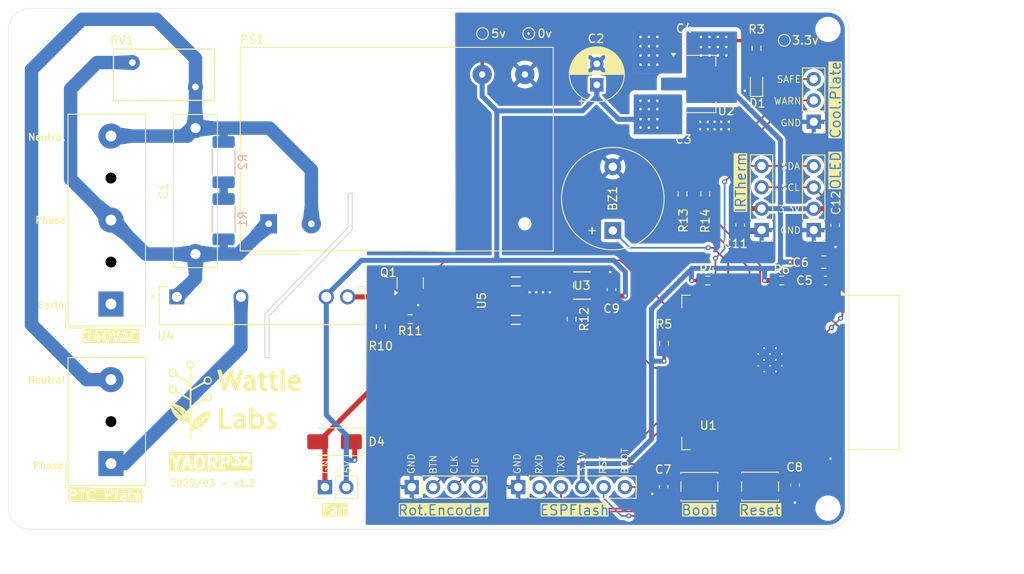
<source format=kicad_pcb>
(kicad_pcb (version 20241229) (generator "pcbnew") (generator_version "9.0")
  (title_block (title "Board 1 (Reflow Controller)") (date "2025-02-20") (rev "1.1") (company "Wattle Labs"))
  (layers (0 "F.Cu" signal "Front") (2 "B.Cu" signal "Back") (13 "F.Paste" user) (15 "B.Paste" user) (5 "F.SilkS" user "F.Silkscreen") (7 "B.SilkS" user "B.Silkscreen") (1 "F.Mask" user) (3 "B.Mask" user) (25 "Edge.Cuts" user))
  (property "DESIGNER" "Colin Williams")
  (property "PROJECT" "YAORP (Yet Another Open Reflow Plate)")
  (property "STATUS" "Prototype")
  (net 0 "")
  (net 1 "NEUTRAL")
  (net 2 "PHASE")
  (net 3 "GND")
  (net 5 "Net-(Q1-D)")
  (net 6 "Net-(Q1-G)")
  (net 7 "Net-(R1-Pad2)")
  (net 8 "BUZZ")
  (net 9 "Net-(D1-A)")
  (net 10 "I2C_SCL")
  (net 11 "I2C_SDA")
  (net 12 "LED_WARNING")
  (net 13 "Net-(J4-Pin_2)")
  (net 14 "Net-(J4-Pin_3)")
  (net 15 "LED_SAFE")
  (net 16 "Net-(D4-A)")
  (net 17 "Net-(U3-OUT)")
  (net 18 "FAN")
  (net 19 "Net-(U5-G)")
  (net 23 "BOOT")
  (net 24 "ROTARY_BTN")
  (net 25 "ROTARY_SIG")
  (net 26 "SSR")
  (net 27 "ENABLE")
  (net 28 "ESP_RXD")
  (net 29 "ESP_TXD")
  (net 30 "+5V")
  (net 31 "+3.3V")
  (net 32 "Net-(J2-Pin_1)")
  (net 33 "ROTARY_CLK")
  (footprint "Capacitor_SMD:C_0603_1608Metric" (layer "F.Cu") (at 102.95 76.95 -90)
    (property "Reference" "C7")
    (property "Value" "100n")
  )
  (footprint "Capacitor_THT:C_Rect_L18.0mm_W5.0mm_P15.00mm_FKS3_FKP3" (layer "F.Cu") (at 47.25 49.25 90)
    (property "Reference" "C1")
    (property "Value" "10n" (hide yes))
  )
  (footprint "RF_Module:ESP32-S3-WROOM-1" (layer "F.Cu") (at 118.06 63.35 -90)
    (property "Reference" "U1")
    (property "Value" "ESP32-S3-WROOM-1")
  )
  (footprint "Resistor_SMD:R_0603_1608Metric_Pad0.98x0.95mm_HandSolder" (layer "F.Cu") (at 107.9 42.1 -90)
    (property "Reference" "R14")
    (property "Value" "330R")
  )
  (footprint "Resistor_SMD:R_0603_1608Metric_Pad0.98x0.95mm_HandSolder" (layer "F.Cu") (at 108.2 52.4)
    (property "Reference" "R4")
    (property "Value" "4k7")
  )
  (footprint "Wattle_Mosfet_Drv:SOT23-5_INF" (layer "F.Cu") (at 93.25 53 180)
    (property "Reference" "U3")
    (property "Value" "DGD0280WT-7")
  )
  (footprint "Resistor_SMD:R_0603_1608Metric_Pad0.98x0.95mm_HandSolder" (layer "F.Cu") (at 117 52.4 180)
    (property "Reference" "R6")
    (property "Value" "10k")
  )
  (footprint "LOGO" (layer "F.Cu") (at 52 66.6)
    (property "Reference" "G***" (hide yes))
    (property "Value" "LOGO" (hide yes))
  )
  (footprint "MountingHole:MountingHole_2.5mm" (layer "F.Cu") (at 27.5 79.5)
    (property "Reference" "H3" (hide yes))
    (property "Value" "MountingHole" (hide yes))
  )
  (footprint "0_Project:SSR_AQG22105" (layer "F.Cu") (at 55.2 55.4 180)
    (property "Reference" "U4")
    (property "Value" "AQG22105")
  )
  (footprint "Button_Switch_SMD:SW_SPST_PTS810" (layer "F.Cu") (at 107.2 76.95 180)
    (property "Reference" "SW1")
    (property "Value" "Boot")
  )
  (footprint "Capacitor_SMD:C_0603_1608Metric" (layer "F.Cu") (at 118.575 76.75 -90)
    (property "Reference" "C8")
    (property "Value" "100n")
  )
  (footprint "Connector_PinHeader_2.54mm:PinHeader_1x04_P2.54mm_Vertical" (layer "F.Cu") (at 114.6 46.379999 180)
    (property "Reference" "J9" (hide yes))
    (property "Value" "IRTherm")
  )
  (footprint "MountingHole:MountingHole_2.5mm" (layer "F.Cu") (at 122.5 79.5)
    (property "Reference" "H4" (hide yes))
    (property "Value" "MountingHole" (hide yes))
  )
  (footprint "Connector_PinHeader_2.54mm:PinHeader_1x02_P2.54mm_Vertical" (layer "F.Cu") (at 62.66 77 90)
    (property "Reference" "J8")
    (property "Value" "Fan")
  )
  (footprint "Resistor_SMD:R_0603_1608Metric_Pad0.98x0.95mm_HandSolder" (layer "F.Cu") (at 105.2 42.1 -90)
    (property "Reference" "R13")
    (property "Value" "220R")
  )
  (footprint "Button_Switch_SMD:SW_SPST_PTS810" (layer "F.Cu") (at 114.425 76.925 180)
    (property "Reference" "SW2")
    (property "Value" "Reset")
  )
  (footprint "Buzzer_Beeper:Buzzer_12x9.5RM7.6" (layer "F.Cu") (at 96.9 46.45 90)
    (property "Reference" "BZ1")
    (property "Value" "Buzzer")
  )
  (footprint "Capacitor_SMD:C_0603_1608Metric" (layer "F.Cu") (at 122.2 52.4)
    (property "Reference" "C5")
    (property "Value" "100n")
  )
  (footprint "MountingHole:MountingHole_2.5mm" (layer "F.Cu") (at 27.5 22.5)
    (property "Reference" "H1" (hide yes))
    (property "Value" "MountingHole" (hide yes))
  )
  (footprint "TestPoint:TestPoint_Pad_D1.0mm" (layer "F.Cu") (at 117.3 23.8)
    (property "Reference" "TP3")
    (property "Value" "3.3v")
  )
  (footprint "Resistor_SMD:R_0603_1608Metric_Pad0.98x0.95mm_HandSolder" (layer "F.Cu") (at 69.3 57.9 -90)
    (property "Reference" "R10")
    (property "Value" "220R")
  )
  (footprint "MountingHole:MountingHole_2.5mm" (layer "F.Cu") (at 122.5 22.5)
    (property "Reference" "H2" (hide yes))
    (property "Value" "MountingHole" (hide yes))
  )
  (footprint "Package_TO_SOT_SMD:SOT-23" (layer "F.Cu") (at 72.8 52.7 90)
    (property "Reference" "Q1")
    (property "Value" "2N7002E")
  )
  (footprint "TerminalBlock_Altech:Altech_AK100_1x05_P5.00mm" (layer "F.Cu") (at 37.2 55.2 90)
    (property "Reference" "J1")
    (property "Value" "240VAC")
  )
  (footprint "Capacitor_SMD:C_0805_2012Metric" (layer "F.Cu") (at 122 50.2)
    (property "Reference" "C6")
    (property "Value" "22u")
  )
  (footprint "Connector_PinHeader_2.54mm:PinHeader_1x04_P2.54mm_Vertical" (layer "F.Cu") (at 72.98 77 90)
    (property "Reference" "J6")
    (property "Value" "Rot.Encoder")
  )
  (footprint "Capacitor_SMD:C_0603_1608Metric" (layer "F.Cu") (at 123.35 45.825 -90)
    (property "Reference" "C12")
    (property "Value" "100n")
  )
  (footprint "Connector_PinHeader_2.54mm:PinHeader_1x03_P2.54mm_Vertical" (layer "F.Cu") (at 120.8 33.5 180)
    (property "Reference" "J4" (hide yes))
    (property "Value" "Cool.Plate")
  )
  (footprint "Capacitor_SMD:C_0603_1608Metric" (layer "F.Cu") (at 105.4 34)
    (property "Reference" "C3")
    (property "Value" "1u")
  )
  (footprint "Capacitor_SMD:C_0603_1608Metric" (layer "F.Cu") (at 105.4 23.75 180)
    (property "Reference" "C4")
    (property "Value" "2.2u")
  )
  (footprint "TerminalBlock_Altech:Altech_AK100_1x03_P5.00mm" (layer "F.Cu") (at 37.2 74.2 90)
    (property "Reference" "J2")
    (property "Value" "PTC Plate")
  )
  (footprint "LED_SMD:LED_0603_1608Metric" (layer "F.Cu") (at 114 29 90)
    (property "Reference" "D1")
    (property "Value" "Power")
  )
  (footprint "Capacitor_SMD:C_0603_1608Metric" (layer "F.Cu") (at 96.75 53.475 90)
    (property "Reference" "C9")
    (property "Value" "100n")
  )
  (footprint "Capacitor_SMD:C_0603_1608Metric" (layer "F.Cu") (at 112.05 45.8 -90)
    (property "Reference" "C11")
    (property "Value" "100n")
  )
  (footprint "Connector_PinHeader_2.54mm:PinHeader_1x06_P2.54mm_Vertical" (layer "F.Cu") (at 85.65 77 90)
    (property "Reference" "J7")
    (property "Value" "ESPFlash")
  )
  (footprint "Resistor_SMD:R_0603_1608Metric" (layer "F.Cu") (at 92 57 90)
    (property "Reference" "R12")
    (property "Value" "100")
  )
  (footprint "Package_TO_SOT_SMD:SOT-223-3_TabPin2" (layer "F.Cu") (at 107.25 29)
    (property "Reference" "U2")
    (property "Value" "TLV76133DCY")
  )
  (footprint "TestPoint:TestPoint_Pad_D1.0mm" (layer "F.Cu") (at 81.4 23)
    (property "Reference" "TP1" (hide yes))
    (property "Value" "5v")
  )
  (footprint "Varistor:RV_Disc_D12mm_W6.1mm_P7.5mm" (layer "F.Cu") (at 39.75 26.45)
    (property "Reference" "RV1")
    (property "Value" "10D561")
  )
  (footprint "Resistor_SMD:R_0603_1608Metric_Pad0.98x0.95mm_HandSolder" (layer "F.Cu") (at 72.8 57)
    (property "Reference" "R11")
    (property "Value" "10k")
  )
  (footprint "Diode_SMD:D_SMA" (layer "F.Cu") (at 63.799999 71.6 180)
    (property "Reference" "D4")
    (property "Value" "SS12")
  )
  (footprint "Wattle_Mosfets:TO252-3L_DIO" (layer "F.Cu") (at 81.2981 54.8 90)
    (property "Reference" "U5")
    (property "Value" "DMN3010LK3-13")
  )
  (footprint "Resistor_SMD:R_0603_1608Metric_Pad0.98x0.95mm_HandSolder" (layer "F.Cu") (at 114 24.75 90)
    (property "Reference" "R3")
    (property "Value" "4k7")
  )
  (footprint "Resistor_SMD:R_0603_1608Metric_Pad0.98x0.95mm_HandSolder" (layer "F.Cu") (at 103 59.9 90)
    (property "Reference" "R5")
    (property "Value" "4k7")
  )
  (footprint "Capacitor_THT:CP_Radial_D6.3mm_P2.50mm" (layer "F.Cu") (at 95 29.1 90)
    (property "Reference" "C2")
    (property "Value" "220u")
  )
  (footprint "TestPoint:TestPoint_Pad_D1.0mm" (layer "F.Cu") (at 86.9 23 180)
    (property "Reference" "TP2" (hide yes))
    (property "Value" "0v")
  )
  (footprint "Connector_PinHeader_2.54mm:PinHeader_1x04_P2.54mm_Vertical" (layer "F.Cu") (at 120.8 46.4 180)
    (property "Reference" "J5")
    (property "Value" "OLED")
  )
  (footprint "Converter_ACDC:Converter_ACDC_MeanWell_IRM-03-xx_THT" (layer "F.Cu") (at 55.96 45.6475 90)
    (property "Reference" "PS1")
    (property "Value" "IRM-03-5")
  )
  (footprint "Resistor_SMD:R_2010_5025Metric_Pad1.40x2.65mm_HandSolder" (layer "B.Cu") (at 50.6 38.3 90)
    (property "Reference" "R2")
    (property "Value" "2M")
  )
  (footprint "Resistor_SMD:R_2010_5025Metric_Pad1.40x2.65mm_HandSolder" (layer "B.Cu") (at 50.6 45.1 90)
    (property "Reference" "R1")
    (property "Value" "2M")
  )
  (gr_arc (start 27.5 82) (mid 25.732233 81.267767) (end 25 79.5) (stroke (width 0.05)) (layer "Edge.Cuts"))
  (gr_arc (start 125 79.5) (mid 124.267767 81.267767) (end 122.5 82) (stroke (width 0.05)) (layer "Edge.Cuts"))
  (gr_line (start 27.5 20) (end 122.5 20) (stroke (width 0.05)) (layer "Edge.Cuts"))
  (gr_arc (start 122.5 20) (mid 124.267767 20.732233) (end 125 22.5) (stroke (width 0.05)) (layer "Edge.Cuts"))
  (gr_line (start 25 79.5) (end 25 22.5) (stroke (width 0.05)) (layer "Edge.Cuts"))
  (gr_arc (start 25 22.5) (mid 25.732233 20.732233) (end 27.5 20) (stroke (width 0.05)) (layer "Edge.Cuts"))
  (gr_line (start 125 22.5) (end 125 79.5) (stroke (width 0.05)) (layer "Edge.Cuts"))
  (gr_line (start 122.5 82) (end 27.5 82) (stroke (width 0.05)) (layer "Edge.Cuts"))
  (gr_poly (pts (xy 65.4 42) (xy 65.4 46.1) (xy 55.5 56.4) (xy 55.5 61.6) (xy 56 61.6) (xy 56 56.6) (xy 65.9 46.35) (xy 65.9 42)) (stroke (width 0.1)) (fill no) (layer "Edge.Cuts"))
  (gr_text "GND" (at 63.2 75.5 90) (layer "F.SilkS") (effects (font (size 0.8 0.8) (thickness 0.1)) (justify left bottom)))
  (gr_text "WARN" (at 116 31.5 0) (layer "F.SilkS") (effects (font (size 0.8 0.8) (thickness 0.1)) (justify left bottom)))
  (gr_text "TXD" (at 91.2 75.4 90) (layer "F.SilkS") (effects (font (size 0.8 0.8) (thickness 0.1)) (justify left bottom)))
  (gr_text "GND" (at 73.4 75.5 90) (layer "F.SilkS") (effects (font (size 0.8 0.8) (thickness 0.1)) (justify left bottom)))
  (gr_text "BTN" (at 76 75.5 90) (layer "F.SilkS") (effects (font (size 0.8 0.8) (thickness 0.1)) (justify left bottom)))
  (gr_text "5V" (at 65.8 75.4 90) (layer "F.SilkS") (effects (font (size 0.8 0.8) (thickness 0.1)) (justify left bottom)))
  (gr_text "RXD" (at 88.6 75.5 90) (layer "F.SilkS") (effects (font (size 0.8 0.8) (thickness 0.1)) (justify left bottom)))
  (gr_text "3.3V" (at 116.5 44.35 0) (layer "F.SilkS") (effects (font (size 0.8 0.8) (thickness 0.1)) (justify left bottom)))
  (gr_text "SIG" (at 81 75.5 90) (layer "F.SilkS") (effects (font (size 0.8 0.8) (thickness 0.1)) (justify left bottom)))
  (gr_text "SAFE" (at 116.35 28.9 0) (layer "F.SilkS") (effects (font (size 0.8 0.8) (thickness 0.1)) (justify left bottom)))
  (gr_text "RST" (at 96.2 75.5 90) (layer "F.SilkS") (effects (font (size 0.8 0.8) (thickness 0.1)) (justify left bottom)))
  (gr_text "Phase" (at 28.1 45.7 0) (layer "F.SilkS") (effects (font (size 0.8128 0.8128) (thickness 0.1524) (bold yes)) (justify left bottom)))
  (gr_text "SDA" (at 116.85 39.25 0) (layer "F.SilkS") (effects (font (size 0.8 0.8) (thickness 0.1)) (justify left bottom)))
  (gr_text "BOOT" (at 98.8 75.5 90) (layer "F.SilkS") (effects (font (size 0.8 0.8) (thickness 0.1)) (justify left bottom)))
  (gr_text "Neutral" (at 27.25 64.7 0) (layer "F.SilkS") (effects (font (size 0.8128 0.8128) (thickness 0.1524) (bold yes)) (justify left bottom)))
  (gr_text "YAORP^{32}" (at 44.1 75 0) (layer "F.SilkS" knockout) (effects (font (size 1.524 1.524) (thickness 0.3048) (bold yes)) (justify left bottom)))
  (gr_text "Earth" (at 28.4 55.8 0) (layer "F.SilkS") (effects (font (size 0.8128 0.8128) (thickness 0.1524) (bold yes)) (justify left bottom)))
  (gr_text "2025/03 - v1.2" (at 44.1 77 0) (layer "F.SilkS") (effects (font (size 0.8 0.8) (thickness 0.1524) (bold yes)) (justify left bottom)))
  (gr_text "Neutral" (at 27.25 35.8 0) (layer "F.SilkS") (effects (font (size 0.8128 0.8128) (thickness 0.1524) (bold yes)) (justify left bottom)))
  (gr_text "CLK" (at 78.5 75.5 90) (layer "F.SilkS") (effects (font (size 0.8 0.8) (thickness 0.1)) (justify left bottom)))
  (gr_text "GND" (at 116.75 46.9 0) (layer "F.SilkS") (effects (font (size 0.8 0.8) (thickness 0.1)) (justify left bottom)))
  (gr_text "SCL" (at 116.85 41.8 0) (layer "F.SilkS") (effects (font (size 0.8 0.8) (thickness 0.1)) (justify left bottom)))
  (gr_text "GND" (at 86 75.5 90) (layer "F.SilkS") (effects (font (size 0.8 0.8) (thickness 0.1)) (justify left bottom)))
  (gr_text "3.3V" (at 93.75 75.4 90) (layer "F.SilkS") (effects (font (size 0.8 0.8) (thickness 0.1)) (justify left bottom)))
  (gr_text "GND" (at 116.8 34.1 0) (layer "F.SilkS") (effects (font (size 0.8 0.8) (thickness 0.1)) (justify left bottom)))
  (gr_text "Phase" (at 27.85 74.9 0) (layer "F.SilkS") (effects (font (size 0.8128 0.8128) (thickness 0.1524) (bold yes)) (justify left bottom)))
  (segment (start 61.039999 39.239999) (end 56.05 34.25) (width 1.6) (layer "B.Cu") (net 1))
  (segment (start 37.3 35.2) (end 46.3 35.2) (width 1.6) (layer "B.Cu") (net 1))
  (segment (start 61.039999 45.6475) (end 61.039999 39.239999) (width 1.6) (layer "B.Cu") (net 1))
  (segment (start 50.6 35.8) (end 50.6 34.25) (width 1) (layer "B.Cu") (net 1))
  (segment (start 56.05 34.25) (end 50.6 34.25) (width 1.6) (layer "B.Cu") (net 1))
  (segment (start 34.3 64.2) (end 37.25 64.2) (width 1.6) (layer "B.Cu") (net 1))
  (segment (start 27.75 57.65) (end 34.3 64.2) (width 1.6) (layer "B.Cu") (net 1))
  (segment (start 50.6 34.25) (end 47.25 34.25) (width 1.6) (layer "B.Cu") (net 1))
  (segment (start 47.25 25.95) (end 42.6 21.3) (width 1.6) (layer "B.Cu") (net 1))
  (segment (start 42.6 21.3) (end 33.75 21.3) (width 1.6) (layer "B.Cu") (net 1))
  (segment (start 47.25 34.25) (end 47.25 25.95) (width 1.6) (layer "B.Cu") (net 1))
  (segment (start 46.3 35.2) (end 47.25 34.25) (width 1.6) (layer "B.Cu") (net 1))
  (segment (start 33.75 21.3) (end 27.75 27.3) (width 1.6) (layer "B.Cu") (net 1))
  (segment (start 27.75 27.3) (end 27.75 57.65) (width 1.6) (layer "B.Cu") (net 1))
  (segment (start 50.6 47.5) (end 50.6 49.15) (width 1) (layer "B.Cu") (net 2))
  (segment (start 32.4 29.6) (end 32.4 40.3) (width 1.6) (layer "B.Cu") (net 2))
  (segment (start 32.4 40.3) (end 37.3 45.2) (width 1.6) (layer "B.Cu") (net 2))
  (segment (start 41.35 49.25) (end 47.25 49.25) (width 1.6) (layer "B.Cu") (net 2))
  (segment (start 37.3 45.2) (end 41.35 49.25) (width 1.6) (layer "B.Cu") (net 2))
  (segment (start 47.25 49.25) (end 47.25 52.14) (width 1.6) (layer "B.Cu") (net 2))
  (segment (start 47.25 49.25) (end 50.7 49.25) (width 1.6) (layer "B.Cu") (net 2))
  (segment (start 52.3575 49.25) (end 55.96 45.6475) (width 1.6) (layer "B.Cu") (net 2))
  (segment (start 35.55 26.45) (end 32.4 29.6) (width 1.6) (layer "B.Cu") (net 2))
  (segment (start 50.7 49.25) (end 52.3575 49.25) (width 1.6) (layer "B.Cu") (net 2))
  (segment (start 39.55 26.45) (end 39.75 26.45) (width 0.127) (layer "B.Cu") (net 2))
  (segment (start 50.6 49.15) (end 50.7 49.25) (width 1.6) (layer "B.Cu") (net 2))
  (segment (start 47.25 52.14) (end 45.04 54.35) (width 1.6) (layer "B.Cu") (net 2))
  (segment (start 39.75 26.45) (end 35.55 26.45) (width 1.6) (layer "B.Cu") (net 2))
  (segment (start 109.275 78.025) (end 105.125 78.025) (width 0.2) (layer "F.Cu") (net 3))
  (segment (start 105.025 78.025) (end 104.725 77.725) (width 0.2) (layer "F.Cu") (net 3))
  (segment (start 122.975 52.5) (end 122.975 50.325001) (width 0.6) (layer "F.Cu") (net 3))
  (segment (start 116.975 77.525) (end 116.5 78) (width 0.2) (layer "F.Cu") (net 3))
  (segment (start 96.75 52.7) (end 96.465201 52.984799) (width 0.2) (layer "F.Cu") (net 3))
  (segment (start 102.95 77.725) (end 102.825 77.725) (width 0.2) (layer "F.Cu") (net 3))
  (segment (start 123.32 73.08) (end 123.32 72.1) (width 0.6) (layer "F.Cu") (net 3))
  (segment (start 112.612499 29.787501) (end 112.6 29.8) (width 0.4) (layer "F.Cu") (net 3))
  (segment (start 116.5 78) (end 112.35 78) (width 0.2) (layer "F.Cu") (net 3))
  (segment (start 114.404999 46.575) (end 114.6 46.379999) (width 0.6) (layer "F.Cu") (net 3))
  (segment (start 122.949999 48.850001) (end 123.4 48.4) (width 0.6) (layer "F.Cu") (net 3))
  (segment (start 73.75 56.9625) (end 73.7125 57) (width 0.4) (layer "F.Cu") (net 3))
  (segment (start 122.975 50.325001) (end 122.949999 50.3) (width 0.4) (layer "F.Cu") (net 3))
  (segment (start 73.75 55.331249) (end 73.75 56.9625) (width 0.4) (layer "F.Cu") (net 3))
  (segment (start 101.675 77.725) (end 101.6 77.8) (width 0.2) (layer "F.Cu") (net 3))
  (segment (start 96.75 52.7) (end 96.75 51.55) (width 0.6) (layer "F.Cu") (net 3))
  (segment (start 96.75 51.55) (end 96.6 51.4) (width 0.6) (layer "F.Cu") (net 3))
  (segment (start 123.35 48.35) (end 123.4 48.4) (width 0.6) (layer "F.Cu") (net 3))
  (segment (start 123.32 54.6) (end 123.32 52.845) (width 0.6) (layer "F.Cu") (net 3))
  (segment (start 112.05 46.575) (end 114.404999 46.575) (width 0.6) (layer "F.Cu") (net 3))
  (segment (start 96.434799 53.015201) (end 94.615251 53.015201) (width 0.4) (layer "F.Cu") (net 3))
  (segment (start 105.125 78.025) (end 105.025 78.025) (width 0.2) (layer "F.Cu") (net 3))
  (segment (start 123.32 52.845) (end 122.975 52.5) (width 0.6) (layer "F.Cu") (net 3))
  (segment (start 122.949999 50.3) (end 122.949999 48.850001) (width 0.6) (layer "F.Cu") (net 3))
  (segment (start 104.725 77.725) (end 102.95 77.725) (width 0.2) (layer "F.Cu") (net 3))
  (segment (start 102.95 77.725) (end 101.675 77.725) (width 0.2) (layer "F.Cu") (net 3))
  (segment (start 122.8 73.6) (end 123.32 73.08) (width 0.6) (layer "F.Cu") (net 3))
  (segment (start 102.825 77.725) (end 102.8 77.7) (width 0.2) (layer "F.Cu") (net 3))
  (segment (start 114 29.787501) (end 112.612499 29.787501) (width 0.4) (layer "F.Cu") (net 3))
  (segment (start 123.4 48.4) (end 123.349999 48.349999) (width 0.4) (layer "F.Cu") (net 3))
  (segment (start 73.75 53.631249) (end 73.75 55.331249) (width 0.4) (layer "F.Cu") (net 3))
  (segment (start 121.075 46.775) (end 120.8 47.05) (width 0.4) (layer "F.Cu") (net 3))
  (segment (start 118.575 78.825) (end 118.55 78.85) (width 0.2) (layer "F.Cu") (net 3))
  (segment (start 118.575 77.525) (end 118.575 78.825) (width 0.2) (layer "F.Cu") (net 3))
  (segment (start 123.35 46.6) (end 123.35 48.35) (width 0.6) (layer "F.Cu") (net 3))
  (segment (start 118.575 77.525) (end 116.975 77.525) (width 0.2) (layer "F.Cu") (net 3))
  (via (at 109 34.4) (size 0.6) (drill 0.3) (layers "F.Cu" "B.Cu") (net 3))
  (via (at 102.2 25.6) (size 0.6) (drill 0.3) (layers "F.Cu" "B.Cu") (net 3))
  (via (at 108.2 33.5) (size 0.6) (drill 0.3) (layers "F.Cu" "B.Cu") (net 3))
  (via (at 122.8 73.6) (size 0.6) (drill 0.3) (layers "F.Cu" "B.Cu") (net 3))
  (via (at 107.3 33.5) (size 0.6) (drill 0.3) (layers "F.Cu" "B.Cu") (net 3))
  (via (at 101.2 24.5) (size 0.6) (drill 0.3) (layers "F.Cu" "B.Cu") (net 3))
  (via (at 102.2 24.5) (size 0.6) (drill 0.3) (layers "F.Cu" "B.Cu") (net 3))
  (via (at 86.9 23) (size 0.6) (drill 0.3) (layers "F.Cu" "B.Cu") (net 3))
  (via (at 112.6 29.8) (size 0.6) (drill 0.3) (layers "F.Cu" "B.Cu") (net 3))
  (via (at 88.6 53.8) (size 0.6) (drill 0.3) (layers "F.Cu" "B.Cu") (net 3))
  (via (at 118.55 78.85) (size 0.6) (drill 0.3) (layers "F.Cu" "B.Cu") (net 3))
  (via (at 73.75 55.331249) (size 0.6) (drill 0.3) (layers "F.Cu" "B.Cu") (net 3))
  (via (at 87 53.8) (size 0.6) (drill 0.3) (layers "F.Cu" "B.Cu") (net 3))
  (via (at 101.2 23.4) (size 0.6) (drill 0.3) (layers "F.Cu" "B.Cu") (net 3))
  (via (at 109.8 34.4) (size 0.6) (drill 0.3) (layers "F.Cu" "B.Cu") (net 3))
  (via (at 100.2 25.6) (size 0.6) (drill 0.3) (layers "F.Cu" "B.Cu") (net 3))
  (via (at 101.6 77.8) (size 0.6) (drill 0.3) (layers "F.Cu" "B.Cu") (net 3))
  (via (at 109.8 33.5) (size 0.6) (drill 0.3) (layers "F.Cu" "B.Cu") (net 3))
  (via (at 100.2 26.7) (size 0.6) (drill 0.3) (layers "F.Cu" "B.Cu") (net 3))
  (via (at 108.2 34.4) (size 0.6) (drill 0.3) (layers "F.Cu" "B.Cu") (net 3))
  (via (at 96.6 51.4) (size 0.6) (drill 0.3) (layers "F.Cu" "B.Cu") (net 3))
  (via (at 110.7 34.4) (size 0.6) (drill 0.3) (layers "F.Cu" "B.Cu") (net 3))
  (via (at 102.2 26.7) (size 0.6) (drill 0.3) (layers "F.Cu" "B.Cu") (net 3))
  (via (at 109 33.5) (size 0.6) (drill 0.3) (layers "F.Cu" "B.Cu") (net 3))
  (via (at 107.3 34.4) (size 0.6) (drill 0.3) (layers "F.Cu" "B.Cu") (net 3))
  (via (at 101.2 26.7) (size 0.6) (drill 0.3) (layers "F.Cu" "B.Cu") (net 3))
  (via (at 87.8 53.8) (size 0.6) (drill 0.3) (layers "F.Cu" "B.Cu") (net 3))
  (via (at 89.4 53.8) (size 0.6) (drill 0.3) (layers "F.Cu" "B.Cu") (net 3))
  (via (at 100.2 23.4) (size 0.6) (drill 0.3) (layers "F.Cu" "B.Cu") (net 3))
  (via (at 110.7 33.5) (size 0.6) (drill 0.3) (layers "F.Cu" "B.Cu") (net 3))
  (via (at 102.2 23.4) (size 0.6) (drill 0.3) (layers "F.Cu" "B.Cu") (net 3))
  (via (at 101.2 25.6) (size 0.6) (drill 0.3) (layers "F.Cu" "B.Cu") (net 3))
  (via (at 123.4 48.4) (size 0.6) (drill 0.3) (layers "F.Cu" "B.Cu") (net 3))
  (via (at 100.2 24.5) (size 0.6) (drill 0.3) (layers "F.Cu" "B.Cu") (net 3))
  (segment (start 65.36 54.35) (end 68.931249 54.35) (width 0.6) (layer "F.Cu") (net 5))
  (segment (start 68.931249 54.35) (end 71.525001 51.756248) (width 0.6) (layer "F.Cu") (net 5))
  (segment (start 71.525001 51.756248) (end 72.8 51.756248) (width 0.6) (layer "F.Cu") (net 5))
  (segment (start 71.8875 53.675) (end 71.85 53.6375) (width 0.2) (layer "F.Cu") (net 6))
  (segment (start 71.8875 57) (end 69.3125 57) (width 0.4) (layer "F.Cu") (net 6))
  (segment (start 71.9 54.168749) (end 71.8 54.168749) (width 0.127) (layer "F.Cu") (net 6))
  (segment (start 71.8875 57) (end 71.8875 53.675) (width 0.4) (layer "F.Cu") (net 6))
  (segment (start 69.3125 57) (end 69.3 56.9875) (width 0.6) (layer "F.Cu") (net 6))
  (segment (start 50.6 40.6) (end 50.6 42.7) (width 1) (layer "B.Cu") (net 7))
  (segment (start 108.85 48.5) (end 108.25 48.5) (width 0.2) (layer "F.Cu") (net 8))
  (segment (start 110.62 50.27) (end 108.85 48.5) (width 0.2) (layer "F.Cu") (net 8))
  (segment (start 110.62 54.6) (end 110.62 50.27) (width 0.2) (layer "F.Cu") (net 8))
  (via (at 108.25 48.5) (size 0.6) (drill 0.3) (layers "F.Cu" "B.Cu") (net 8))
  (segment (start 108.25 48.5) (end 98.95 48.5) (width 0.2) (layer "B.Cu") (net 8))
  (segment (start 98.95 48.5) (end 96.9 46.45) (width 0.2) (layer "B.Cu") (net 8))
  (segment (start 96.9 46.45) (end 97.25 46.8) (width 0.2) (layer "B.Cu") (net 8))
  (segment (start 114 25.6625) (end 114 28.212499) (width 0.4) (layer "F.Cu") (net 9))
  (segment (start 120.8 41.320001) (end 124.2 44.720001) (width 0.2) (layer "F.Cu") (net 10))
  (segment (start 124.2 56.7) (end 124 56.9) (width 0.2) (layer "F.Cu") (net 10))
  (segment (start 124.2 44.720001) (end 124.2 56.7) (width 0.2) (layer "F.Cu") (net 10))
  (segment (start 105.4775 58.9875) (end 105.56 58.905) (width 0.2) (layer "F.Cu") (net 10))
  (segment (start 120.759998 41.3) (end 114.6 41.3) (width 0.2) (layer "F.Cu") (net 10))
  (segment (start 120.779999 41.320001) (end 120.759998 41.3) (width 0.2) (layer "F.Cu") (net 10))
  (segment (start 120.8 41.320001) (end 120.779999 41.320001) (width 0.2) (layer "F.Cu") (net 10))
  (segment (start 122.9 58) (end 121.995 58.905) (width 0.2) (layer "F.Cu") (net 10))
  (segment (start 103 58.9875) (end 105.4775 58.9875) (width 0.2) (layer "F.Cu") (net 10))
  (segment (start 121.995 58.905) (end 105.56 58.905) (width 0.2) (layer "F.Cu") (net 10))
  (via (at 122.9 58) (size 0.6) (drill 0.3) (layers "F.Cu" "B.Cu") (net 10))
  (via (at 124 56.9) (size 0.6) (drill 0.3) (layers "F.Cu" "B.Cu") (net 10))
  (segment (start 124 56.9) (end 122.9 58) (width 0.2) (layer "B.Cu") (net 10))
  (segment (start 114.6 38.759999) (end 120.779999 38.759999) (width 0.2) (layer "F.Cu") (net 11))
  (segment (start 109.1125 49.75) (end 109.1125 52.4) (width 0.2) (layer "F.Cu") (net 11))
  (segment (start 120.779999 38.759999) (end 120.8 38.78) (width 0.2) (layer "F.Cu") (net 11))
  (segment (start 109.35 52.6375) (end 109.1125 52.4) (width 0.2) (layer "F.Cu") (net 11))
  (segment (start 110.2 40.65) (end 112.090001 38.759999) (width 0.2) (layer "F.Cu") (net 11))
  (segment (start 109.35 54.6) (end 109.35 52.6375) (width 0.2) (layer "F.Cu") (net 11))
  (segment (start 109.55 55.2375) (end 109.2125 54.9) (width 0.2) (layer "F.Cu") (net 11))
  (segment (start 112.090001 38.759999) (end 114.6 38.759999) (width 0.2) (layer "F.Cu") (net 11))
  (via (at 109.1125 49.75) (size 0.6) (drill 0.3) (layers "F.Cu" "B.Cu") (net 11))
  (via (at 110.2 40.65) (size 0.6) (drill 0.3) (layers "F.Cu" "B.Cu") (net 11))
  (segment (start 110.2 48.6625) (end 110.2 40.65) (width 0.2) (layer "B.Cu") (net 11))
  (segment (start 109.1125 49.75) (end 110.2 48.6625) (width 0.2) (layer "B.Cu") (net 11))
  (segment (start 114.43 50.58) (end 107.9 44.05) (width 0.2) (layer "F.Cu") (net 12))
  (segment (start 114.43 54.6) (end 114.43 50.58) (width 0.2) (layer "F.Cu") (net 12))
  (segment (start 107.9 44.05) (end 107.9 43.0125) (width 0.2) (layer "F.Cu") (net 12))
  (segment (start 107.9125 41.1875) (end 107.9 41.1875) (width 0.2) (layer "F.Cu") (net 13))
  (segment (start 120.8 30.96) (end 118.14 30.96) (width 0.2) (layer "F.Cu") (net 13))
  (segment (start 118.14 30.96) (end 107.9125 41.1875) (width 0.2) (layer "F.Cu") (net 13))
  (segment (start 119.28 28.42) (end 106.5125 41.1875) (width 0.2) (layer "F.Cu") (net 14))
  (segment (start 106.5125 41.1875) (end 105.2 41.1875) (width 0.2) (layer "F.Cu") (net 14))
  (segment (start 120.8 28.42) (end 119.28 28.42) (width 0.2) (layer "F.Cu") (net 14))
  (segment (start 113.16 54.6) (end 113.16 50.9725) (width 0.2) (layer "F.Cu") (net 15))
  (segment (start 113.16 50.9725) (end 105.2 43.0125) (width 0.2) (layer "F.Cu") (net 15))
  (segment (start 62.66 77) (end 62.66 70.84) (width 0.6) (layer "F.Cu") (net 16))
  (segment (start 62.66 70.84) (end 79.32 54.18) (width 0.6) (layer "F.Cu") (net 16))
  (segment (start 62.82 76.89) (end 62.71 77) (width 0.6) (layer "B.Cu") (net 16))
  (segment (start 91.88475 56.05975) (end 92 56.175) (width 0.2) (layer "F.Cu") (net 17))
  (segment (start 91.88475 53.9525) (end 91.88475 56.05975) (width 0.4) (layer "F.Cu") (net 17))
  (segment (start 101.731501 62.801) (end 93.2 54.269499) (width 0.2) (layer "F.Cu") (net 18))
  (segment (start 104.687786 61.445) (end 103.331786 62.801) (width 0.2) (layer "F.Cu") (net 18))
  (segment (start 105.56 61.445) (end 104.687786 61.445) (width 0.2) (layer "F.Cu") (net 18))
  (segment (start 93.2 52.670301) (end 93.8101 52.060201) (width 0.2) (layer "F.Cu") (net 18))
  (segment (start 103.331786 62.801) (end 101.731501 62.801) (width 0.2) (layer "F.Cu") (net 18))
  (segment (start 93.2 54.269499) (end 93.2 52.670301) (width 0.2) (layer "F.Cu") (net 18))
  (segment (start 93.8101 52.060201) (end 94.61525 52.060201) (width 0.2) (layer "F.Cu") (net 18))
  (segment (start 89.0903 57.825) (end 88.0513 56.786) (width 0.4) (layer "F.Cu") (net 19))
  (segment (start 92 57.825) (end 89.0903 57.825) (width 0.4) (layer "F.Cu") (net 19))
  (segment (start 102.95 75.96) (end 106.81 72.1) (width 0.2) (layer "F.Cu") (net 23))
  (segment (start 104.825 75.875) (end 104.525 76.175) (width 0.2) (layer "F.Cu") (net 23))
  (segment (start 101.6 77) (end 98.35 77) (width 0.2) (layer "F.Cu") (net 23))
  (segment (start 102.95 76.175) (end 102.95 75.96) (width 0.2) (layer "F.Cu") (net 23))
  (segment (start 102.425 76.175) (end 101.6 77) (width 0.2) (layer "F.Cu") (net 23))
  (segment (start 102.95 76.175) (end 102.425 76.175) (width 0.2) (layer "F.Cu") (net 23))
  (segment (start 105.125 75.875) (end 104.825 75.875) (width 0.2) (layer "F.Cu") (net 23))
  (segment (start 104.525 76.175) (end 102.95 76.175) (width 0.2) (layer "F.Cu") (net 23))
  (segment (start 109.275 75.875) (end 105.125 75.875) (width 0.2) (layer "F.Cu") (net 23))
  (segment (start 98.75 72.75) (end 104.975 66.525) (width 0.2) (layer "F.Cu") (net 24))
  (segment (start 104.975 66.525) (end 105.56 66.525) (width 0.2) (layer "F.Cu") (net 24))
  (segment (start 79.709999 72.75) (end 98.75 72.75) (width 0.2) (layer "F.Cu") (net 24))
  (segment (start 75.459999 77) (end 79.709999 72.75) (width 0.2) (layer "F.Cu") (net 24))
  (segment (start 99.75 74.25) (end 104.935 69.065) (width 0.2) (layer "F.Cu") (net 25))
  (segment (start 80.54 77) (end 83.29 74.25) (width 0.2) (layer "F.Cu") (net 25))
  (segment (start 104.935 69.065) (end 105.56 69.065) (width 0.2) (layer "F.Cu") (net 25))
  (segment (start 83.29 74.25) (end 99.75 74.25) (width 0.2) (layer "F.Cu") (net 25))
  (segment (start 75.75 51.25) (end 75.75 56.5) (width 0.2) (layer "F.Cu") (net 26))
  (segment (start 75.75 56.5) (end 73.4375 58.8125) (width 0.2) (layer "F.Cu") (net 26))
  (segment (start 111.89 54.9) (end 111.213 55.577) (width 0.2) (layer "F.Cu") (net 26))
  (segment (start 111.213 55.577) (end 103.410275 55.577) (width 0.2) (layer "F.Cu") (net 26))
  (segment (start 73.4375 58.8125) (end 69.3 58.8125) (width 0.2) (layer "F.Cu") (net 26))
  (segment (start 111.89 54.6) (end 111.89 54.9) (width 0.2) (layer "F.Cu") (net 26))
  (segment (start 77 50) (end 75.75 51.25) (width 0.2) (layer "F.Cu") (net 26))
  (segment (start 97.833275 50) (end 77 50) (width 0.2) (layer "F.Cu") (net 26))
  (segment (start 103.410275 55.577) (end 97.833275 50) (width 0.2) (layer "F.Cu") (net 26))
  (segment (start 120.78 54.9) (end 120.78 54.6) (width 0.2) (layer "F.Cu") (net 27))
  (segment (start 124.2 73.8) (end 124.2 58.32) (width 0.2) (layer "F.Cu") (net 27))
  (segment (start 120.78 54.6) (end 120.78 53.62) (width 0.2) (layer "F.Cu") (net 27))
  (segment (start 112.35 75.85) (end 111.75 75.85) (width 0.2) (layer "F.Cu") (net 27))
  (segment (start 122.025 75.975) (end 124.2 73.8) (width 0.2) (layer "F.Cu") (net 27))
  (segment (start 119.6 52.4) (end 117.9125 52.4) (width 0.2) (layer "F.Cu") (net 27))
  (segment (start 111.75 75.85) (end 111.2 76.4) (width 0.2) (layer "F.Cu") (net 27))
  (segment (start 111.2 76.4) (end 111.2 79.4) (width 0.2) (layer "F.Cu") (net 27))
  (segment (start 124.2 58.32) (end 120.78 54.9) (width 0.2) (layer "F.Cu") (net 27))
  (segment (start 110.177224 80.422776) (end 98.8 80.422776) (width 0.2) (layer "F.Cu") (net 27))
  (segment (start 120.78 53.62) (end 120.8 53.6) (width 0.2) (layer "F.Cu") (net 27))
  (segment (start 111.2 79.4) (end 110.177224 80.422776) (width 0.2) (layer "F.Cu") (net 27))
  (segment (start 112.35 75.85) (end 116.5 75.85) (width 0.2) (layer "F.Cu") (net 27))
  (segment (start 116.625 75.975) (end 116.5 75.85) (width 0.2) (layer "F.Cu") (net 27))
  (segment (start 120.8 53.6) (end 119.6 52.4) (width 0.2) (layer "F.Cu") (net 27))
  (segment (start 118.575 75.975) (end 122.025 75.975) (width 0.2) (layer "F.Cu") (net 27))
  (segment (start 118.575 75.975) (end 116.625 75.975) (width 0.2) (layer "F.Cu") (net 27))
  (via (at 98.8 80.422776) (size 0.6) (drill 0.3) (layers "F.Cu" "B.Cu") (net 27))
  (segment (start 95.81 78.31) (end 95.81 77) (width 0.2) (layer "B.Cu") (net 27))
  (segment (start 98.8 80.422776) (end 97.922776 80.422776) (width 0.2) (layer "B.Cu") (net 27))
  (segment (start 97.922776 80.422776) (end 95.81 78.31) (width 0.2) (layer "B.Cu") (net 27))
  (segment (start 118.24 72.1) (end 118.24 72.96) (width 0.2) (layer "F.Cu") (net 28))
  (segment (start 110.4 76.033552) (end 110.4 79) (width 0.2) (layer "F.Cu") (net 28))
  (segment (start 110.4 79) (end 109.831224 79.568776) (width 0.2) (layer "F.Cu") (net 28))
  (segment (start 91.368776 79.568776) (end 90.729999 78.929999) (width 0.2) (layer "F.Cu") (net 28))
  (segment (start 109.831224 79.568776) (end 91.368776 79.568776) (width 0.2) (layer "F.Cu") (net 28))
  (segment (start 118.24 72.96) (end 117 74.2) (width 0.2) (layer "F.Cu") (net 28))
  (segment (start 112.233552 74.2) (end 110.4 76.033552) (width 0.2) (layer "F.Cu") (net 28))
  (segment (start 117 74.2) (end 112.233552 74.2) (width 0.2) (layer "F.Cu") (net 28))
  (segment (start 90.729999 78.929999) (end 90.729999 77) (width 0.2) (layer "F.Cu") (net 28))
  (segment (start 117.8 74.6) (end 112.296 74.6) (width 0.2) (layer "F.Cu") (net 29))
  (segment (start 110.727 79.135448) (end 109.966672 79.895776) (width 0.2) (layer "F.Cu") (net 29))
  (segment (start 112.296 74.6) (end 110.727 76.169) (width 0.2) (layer "F.Cu") (net 29))
  (segment (start 119.51 72.1) (end 119.51 72.89) (width 0.2) (layer "F.Cu") (net 29))
  (segment (start 91.085776 79.895776) (end 88.19 77) (width 0.2) (layer "F.Cu") (net 29))
  (segment (start 109.966672 79.895776) (end 91.085776 79.895776) (width 0.2) (layer "F.Cu") (net 29))
  (segment (start 119.51 72.89) (end 117.8 74.6) (width 0.2) (layer "F.Cu") (net 29))
  (segment (start 110.727 76.169) (end 110.727 79.135448) (width 0.2) (layer "F.Cu") (net 29))
  (segment (start 81.36 27.8675) (end 81.36 23.06) (width 0.4) (layer "F.Cu") (net 30))
  (segment (start 98.4 54.2) (end 98.35 54.25) (width 0.6) (layer "F.Cu") (net 30))
  (segment (start 94.925451 54.25) (end 94.61525 53.939799) (width 0.4) (layer "F.Cu") (net 30))
  (segment (start 81.36 23.06) (end 81.3 23) (width 0.4) (layer "F.Cu") (net 30))
  (segment (start 96.75 54.25) (end 94.925451 54.25) (width 0.4) (layer "F.Cu") (net 30))
  (segment (start 66.2 73.8) (end 66.2 72) (width 0.6) (layer "F.Cu") (net 30))
  (segment (start 98.35 54.25) (end 96.75 54.25) (width 0.6) (layer "F.Cu") (net 30))
  (segment (start 66.2 72) (end 65.8 71.6) (width 0.6) (layer "F.Cu") (net 30))
  (via (at 101.2 32) (size 0.6) (drill 0.3) (layers "F.Cu" "B.Cu") (net 30))
  (via (at 101.2 31) (size 0.6) (drill 0.3) (layers "F.Cu" "B.Cu") (net 30))
  (via (at 102.2 34.2) (size 0.6) (drill 0.3) (layers "F.Cu" "B.Cu") (net 30))
  (via (at 102.2 32) (size 0.6) (drill 0.3) (layers "F.Cu" "B.Cu") (net 30))
  (via (at 98.4 54.2) (size 0.6) (drill 0.3) (layers "F.Cu" "B.Cu") (net 30))
  (via (at 100.2 32) (size 0.6) (drill 0.3) (layers "F.Cu" "B.Cu") (net 30))
  (via (at 101.2 33.2) (size 0.6) (drill 0.3) (layers "F.Cu" "B.Cu") (net 30))
  (via (at 100.2 33.2) (size 0.6) (drill 0.3) (layers "F.Cu" "B.Cu") (net 30))
  (via (at 101.2 34.2) (size 0.6) (drill 0.3) (layers "F.Cu" "B.Cu") (net 30))
  (via (at 102.2 31) (size 0.6) (drill 0.3) (layers "F.Cu" "B.Cu") (net 30))
  (via (at 66.2 73.8) (size 0.6) (drill 0.3) (layers "F.Cu" "B.Cu") (net 30))
  (via (at 102.2 33.2) (size 0.6) (drill 0.3) (layers "F.Cu" "B.Cu") (net 30))
  (via (at 100.2 31) (size 0.6) (drill 0.3) (layers "F.Cu" "B.Cu") (net 30))
  (via (at 100.2 34.2) (size 0.6) (drill 0.3) (layers "F.Cu" "B.Cu") (net 30))
  (segment (start 65.2 73.8) (end 65.2 77) (width 0.6) (layer "B.Cu") (net 30))
  (segment (start 83 50) (end 83.1 49.9) (width 0.6) (layer "B.Cu") (net 30))
  (segment (start 62.82 68.42) (end 65.2 70.8) (width 0.6) (layer "B.Cu") (net 30))
  (segment (start 95 30.5) (end 95 29.1) (width 0.6) (layer "B.Cu") (net 30))
  (segment (start 65.2 70.8) (end 65.2 73.1) (width 0.6) (layer "B.Cu") (net 30))
  (segment (start 65.2 73.8) (end 66.2 73.8) (width 0.6) (layer "B.Cu") (net 30))
  (segment (start 97 50) (end 71 50) (width 0.6) (layer "B.Cu") (net 30))
  (segment (start 65.2 73.1) (end 65.2 73.8) (width 0.6) (layer "B.Cu") (net 30))
  (segment (start 98.4 51.4) (end 97 50) (width 0.6) (layer "B.Cu") (net 30))
  (segment (start 71 50) (end 83 50) (width 0.6) (layer "B.Cu") (net 30))
  (segment (start 81.36 27.8675) (end 81.36 30.46) (width 0.6) (layer "B.Cu") (net 30))
  (segment (start 62.82 54.18) (end 67 50) (width 0.6) (layer "B.Cu") (net 30))
  (segment (start 98.4 54.2) (end 98.4 51.4) (width 0.6) (layer "B.Cu") (net 30))
  (segment (start 67 50) (end 71 50) (width 0.6) (layer "B.Cu") (net 30))
  (segment (start 93.3 32.2) (end 95 30.5) (width 0.6) (layer "B.Cu") (net 30))
  (segment (start 95 30.6) (end 95 29.1) (width 0.6) (layer "B.Cu") (net 30))
  (segment (start 81.36 30.46) (end 83.1 32.2) (width 0.6) (layer "B.Cu") (net 30))
  (segment (start 97.6 33.2) (end 95 30.6) (width 0.6) (layer "B.Cu") (net 30))
  (segment (start 100.2 33.2) (end 97.6 33.2) (width 0.6) (layer "B.Cu") (net 30))
  (segment (start 62.82 54.35) (end 62.82 68.42) (width 0.6) (layer "B.Cu") (net 30))
  (segment (start 62.82 54.35) (end 62.82 54.18) (width 0.6) (layer "B.Cu") (net 30))
  (segment (start 83.1 49.9) (end 83.1 32.2) (width 0.6) (layer "B.Cu") (net 30))
  (segment (start 83.1 32.2) (end 93.3 32.2) (width 0.6) (layer "B.Cu") (net 30))
  (segment (start 116.0875 52.4) (end 114.957 52.4) (width 0.6) (layer "F.Cu") (net 31))
  (segment (start 117.3 23.8) (end 114.0375 23.8) (width 0.4) (layer "F.Cu") (net 31))
  (segment (start 116.1 52.3875) (end 116.0875 52.4) (width 0.6) (layer "F.Cu") (net 31))
  (segment (start 120.8 43.86) (end 122.16 43.86) (width 0.6) (layer "F.Cu") (net 31))
  (segment (start 121.050001 50.2) (end 121.050001 52.025001) (width 0.6) (layer "F.Cu") (net 31))
  (segment (start 113.235001 43.839999) (end 112.05 45.025) (width 0.6) (layer "F.Cu") (net 31))
  (segment (start 121.050001 52.025001) (end 121.425 52.4) (width 0.6) (layer "F.Cu") (net 31))
  (segment (start 114.6 43.839999) (end 113.235001 43.839999) (width 0.6) (layer "F.Cu") (net 31))
  (segment (start 103 60.8125) (end 103 62) (width 0.4) (layer "F.Cu") (net 31))
  (segment (start 122.05 53.125) (end 121.425 52.5) (width 0.6) (layer "F.Cu") (net 31))
  (segment (start 114 23.8375) (end 111.2375 23.8375) (width 0.4) (layer "F.Cu") (net 31))
  (segment (start 114.0375 23.8) (end 114 23.8375) (width 0.4) (layer "F.Cu") (net 31))
  (segment (start 118 50.2) (end 121.050001 50.2) (width 0.6) (layer "F.Cu") (net 31))
  (segment (start 122.16 43.86) (end 123.35 45.05) (width 0.6) (layer "F.Cu") (net 31))
  (segment (start 107.2875 52.4) (end 106.3 52.4) (width 0.4) (layer "F.Cu") (net 31))
  (segment (start 122.05 54.6) (end 122.05 53.125) (width 0.6) (layer "F.Cu") (net 31))
  (segment (start 111.2375 23.8375) (end 111.2 23.8) (width 0.127) (layer "F.Cu") (net 31))
  (via (at 108.4 25.6) (size 0.6) (drill 0.3) (layers "F.Cu" "B.Cu") (net 31))
  (via (at 118 50.2) (size 0.6) (drill 0.3) (layers "F.Cu" "B.Cu") (net 31))
  (via (at 107.4 25.6) (size 0.6) (drill 0.3) (layers "F.Cu" "B.Cu") (net 31))
  (via (at 103 62) (size 0.6) (drill 0.3) (layers "F.Cu" "B.Cu") (net 31))
  (via (at 109.4 23.4) (size 0.6) (drill 0.3) (layers "F.Cu" "B.Cu") (net 31))
  (via (at 108.4 24.6) (size 0.6) (drill 0.3) (layers "F.Cu" "B.Cu") (net 31))
  (via (at 110.4 23.4) (size 0.6) (drill 0.3) (layers "F.Cu" "B.Cu") (net 31))
  (via (at 106.3 52.4) (size 0.6) (drill 0.3) (layers "F.Cu" "B.Cu") (net 31))
  (via (at 109.4 24.6) (size 0.6) (drill 0.3) (layers "F.Cu" "B.Cu") (net 31))
  (via (at 109.4 25.6) (size 0.6) (drill 0.3) (layers "F.Cu" "B.Cu") (net 31))
  (via (at 107.4 23.4) (size 0.6) (drill 0.3) (layers "F.Cu" "B.Cu") (net 31))
  (via (at 114.957 52.4) (size 0.6) (drill 0.3) (layers "F.Cu" "B.Cu") (net 31))
  (via (at 110.4 25.6) (size 0.6) (drill 0.3) (layers "F.Cu" "B.Cu") (net 31))
  (via (at 107.4 24.6) (size 0.6) (drill 0.3) (layers "F.Cu" "B.Cu") (net 31))
  (via (at 110.4 24.6) (size 0.6) (drill 0.3) (layers "F.Cu" "B.Cu") (net 31))
  (via (at 108.4 23.4) (size 0.6) (drill 0.3) (layers "F.Cu" "B.Cu") (net 31))
  (segment (start 118 50.2) (end 117 50.2) (width 0.6) (layer "B.Cu") (net 31))
  (segment (start 116.85 35.65) (end 116.85 43.85) (width 0.6) (layer "B.Cu") (net 31))
  (segment (start 106.25 52.35) (end 106.25 51.05) (width 0.6) (layer "B.Cu") (net 31))
  (segment (start 114.957 50.957) (end 114.95 50.95) (width 0.6) (layer "B.Cu") (net 31))
  (segment (start 93.27 77) (end 93.27 74.27) (width 0.6) (layer "B.Cu") (net 31))
  (segment (start 116.839999 43.839999) (end 116.85 43.85) (width 0.6) (layer "B.Cu") (net 31))
  (segment (start 116.25 50.95) (end 114.95 50.95) (width 0.6) (layer "B.Cu") (net 31))
  (segment (start 106.25 51.05) (end 106.3 51) (width 0.6) (layer "B.Cu") (net 31))
  (segment (start 106.3 52.4) (end 106.25 52.35) (width 0.6) (layer "B.Cu") (net 31))
  (segment (start 101.5 71.3) (end 98.6 74.2) (width 0.6) (layer "B.Cu") (net 31))
  (segment (start 101.5 61.75) (end 101.75 62) (width 0.6) (layer "B.Cu") (net 31))
  (segment (start 116.85 43.85) (end 116.85 50.35) (width 0.6) (layer "B.Cu") (net 31))
  (segment (start 101.5 55.8) (end 101.5 61.75) (width 0.6) (layer "B.Cu") (net 31))
  (segment (start 114.6 43.839999) (end 116.839999 43.839999) (width 0.6) (layer "B.Cu") (net 31))
  (segment (start 101.75 62) (end 103 62) (width 0.6) (layer "B.Cu") (net 31))
  (segment (start 106.3 51) (end 101.5 55.8) (width 0.6) (layer "B.Cu") (net 31))
  (segment (start 114.95 50.95) (end 106.35 50.95) (width 0.6) (layer "B.Cu") (net 31))
  (segment (start 114.957 52.4) (end 114.957 50.957) (width 0.6) (layer "B.Cu") (net 31))
  (segment (start 116.85 50.35) (end 116.25 50.95) (width 0.6) (layer "B.Cu") (net 31))
  (segment (start 98.6 74.2) (end 93.2 74.2) (width 0.6) (layer "B.Cu") (net 31))
  (segment (start 116.86 43.86) (end 120.8 43.86) (width 0.6) (layer "B.Cu") (net 31))
  (segment (start 110.4 29.2) (end 116.85 35.65) (width 0.6) (layer "B.Cu") (net 31))
  (segment (start 101.5 60) (end 101.5 71.3) (width 0.6) (layer "B.Cu") (net 31))
  (segment (start 116.85 43.85) (end 116.86 43.86) (width 0.6) (layer "B.Cu") (net 31))
  (segment (start 106.35 50.95) (end 106.3 51) (width 0.6) (layer "B.Cu") (net 31))
  (segment (start 38.8 74.2) (end 52.66 60.34) (width 1.6) (layer "B.Cu") (net 32))
  (segment (start 37.2 74.2) (end 38.8 74.2) (width 1.6) (layer "B.Cu") (net 32))
  (segment (start 52.66 60.34) (end 52.66 54.35) (width 1.6) (layer "B.Cu") (net 32))
  (segment (start 78 77) (end 81.5 73.5) (width 0.2) (layer "F.Cu") (net 33))
  (segment (start 81.5 73.5) (end 99.25 73.5) (width 0.2) (layer "F.Cu") (net 33))
  (segment (start 99.25 73.5) (end 104.955 67.795) (width 0.2) (layer "F.Cu") (net 33))
  (segment (start 104.955 67.795) (end 105.56 67.795) (width 0.2) (layer "F.Cu") (net 33))
  (zone (net 3) (net_name "GND") (layer "F.Cu") (priority 5) (connect_pads yes (clearance 0.508)) (min_thickness 0.25) (fill yes (thermal_gap 0.5) (thermal_bridge_width 0.5))
    (polygon (pts (xy 86.2 51.2) (xy 86.2 54.6) (xy 90.2 54.6) (xy 90.2 51.2)))
  )
  (zone (net 3) (net_name "GND") (layer "F.Cu") (priority 4) (connect_pads yes (clearance 0.508)) (min_thickness 0.25) (fill yes (thermal_gap 0.5) (thermal_bridge_width 0.5))
    (polygon (pts (xy 105.65 35) (xy 105.65 32.9) (xy 111.65 32.9) (xy 111.65 35)))
  )
  (zone (net 30) (net_name "+5V") (layers "F.Cu" "B.Cu") (priority 1) (connect_pads yes (clearance 0.508)) (min_thickness 0.25) (fill yes (thermal_gap 0.5) (thermal_bridge_width 0.5))
    (polygon (pts (xy 99.4 30.25) (xy 105.15 30.25) (xy 105.15 35) (xy 99.4 35)))
  )
  (zone (net 31) (net_name "+3.3V") (layers "F.Cu" "B.Cu") (priority 3) (connect_pads yes (clearance 0.508)) (min_thickness 0.25) (fill yes (thermal_gap 0.5) (thermal_bridge_width 0.5))
    (polygon (pts (xy 105.65 22.75) (xy 105.65 28.25) (xy 102.65 28.25) (xy 102.65 29.75) (xy 105.65 29.75) (xy 105.65 31.25) (xy 111.65 31.25) (xy 111.65 22.75)))
  )
  (zone (net 3) (net_name "GND") (layers "F.Cu" "B.Cu") (priority 2) (connect_pads yes (clearance 0.508)) (min_thickness 0.25) (fill yes (thermal_gap 0.5) (thermal_bridge_width 0.5))
    (polygon (pts (xy 99.4 27.75) (xy 99.4 22.75) (xy 105.4 22.75) (xy 105.4 27.75)))
  )
  (zone (net 3) (net_name "GND") (layer "B.Cu") (connect_pads (clearance 0.3)) (min_thickness 0.25) (fill yes (thermal_gap 0.5) (thermal_bridge_width 0.5))
    (polygon (pts (xy 24 19) (xy 24 83) (xy 126 83) (xy 126 19)))
  )
  (zone (net 0) (net_name "") (layer "B.Cu") (name "AC") (connect_pads (clearance 0)) (min_thickness 0.25)
    (keepout (tracks allowed) (vias allowed) (pads allowed) (copperpour not_allowed) (footprints allowed))
    (fill (thermal_gap 0.5) (thermal_bridge_width 0.5))
    (polygon (pts (xy 24 19) (xy 78.15 19) (xy 78.2 49.012499) (xy 67.65 48.862499) (xy 67.5 83) (xy 24 83)))
  )
)
</source>
